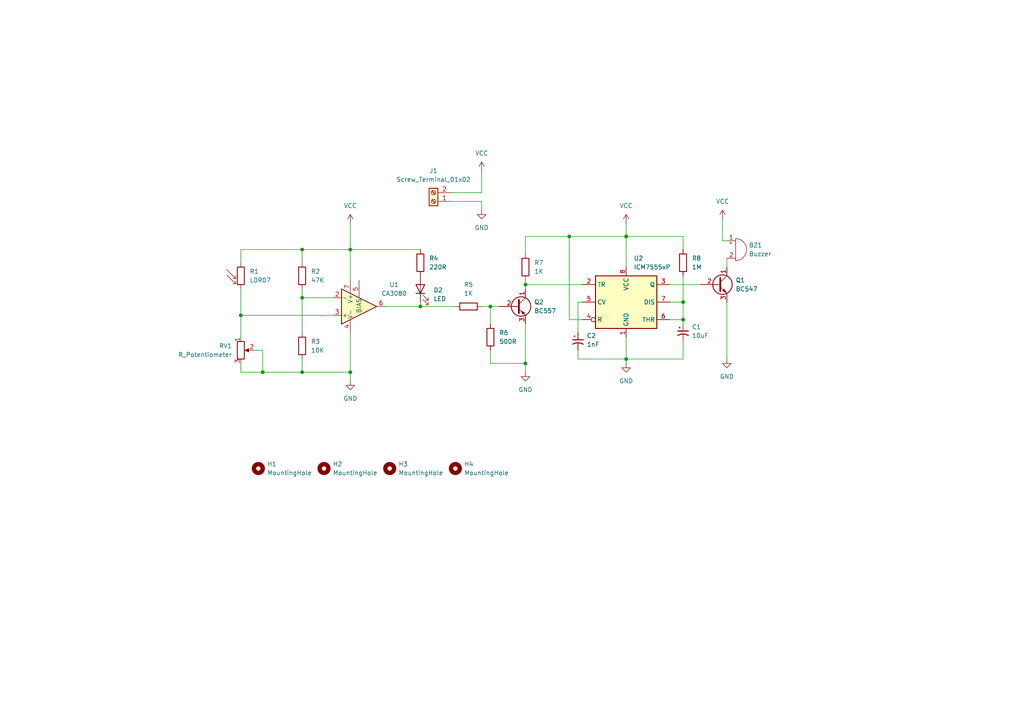
<source format=kicad_sch>
(kicad_sch (version 20231120) (generator "eeschema") (generator_version "8.0")
  (paper "A4")
  (title_block (title "Intruder Alarm system") (date "2025-01-04") (rev "v01") (comment 4 "Author: PUTSHU LUNGHE Samuel"))
  (lib_symbols
    (symbol "Amplifier_Operational:CA3080" (pin_names (offset 0.127))
      (property "Reference" "U" (at 1.27 3.81 0))
      (property "Value" "CA3080" (at 1.27 -3.81 0))
      (symbol "CA3080_0_1"
        (polyline (pts (xy 5.08 0) (xy -5.08 -5.08) (xy -5.08 5.08) (xy 5.08 0)) (stroke (width 0.254)) (fill (type background)))
      )
      (symbol "CA3080_1_1"
        (pin no_connect line (at -2.54 2.54 270) (length 2.54) hide (name "NC") (number "1"))
        (pin input line (at -7.62 2.54 0) (length 2.54) (name "-") (number "2"))
        (pin input line (at -7.62 -2.54 0) (length 2.54) (name "+") (number "3"))
        (pin power_in line (at -2.54 -7.62 90) (length 3.81) (name "V-") (number "4"))
        (pin passive line (at 0 7.62 270) (length 5.08) (name "BIAS") (number "5"))
        (pin output line (at 7.62 0 180) (length 2.54) (name "~") (number "6"))
        (pin power_in line (at -2.54 7.62 270) (length 3.81) (name "V+") (number "7"))
        (pin no_connect line (at 0 2.54 270) (length 2.54) hide (name "NC") (number "8"))
      )
    )
    (symbol "Connector:Screw_Terminal_01x02" (pin_names (offset 1.016) hide)
      (property "Reference" "J" (at 0 2.54 0))
      (property "Value" "Screw_Terminal_01x02" (at 0 -5.08 0))
      (symbol "Screw_Terminal_01x02_1_1"
        (rectangle (start -1.27 1.27) (end 1.27 -3.81) (stroke (width 0.254)) (fill (type background)))
        (circle (center 0 -2.54) (radius 0.635) (stroke (width 0.1524)))
        (polyline (pts (xy -0.5334 -2.2098) (xy 0.3302 -3.048)) (stroke (width 0.1524)))
        (polyline (pts (xy -0.5334 0.3302) (xy 0.3302 -0.508)) (stroke (width 0.1524)))
        (polyline (pts (xy -0.3556 -2.032) (xy 0.508 -2.8702)) (stroke (width 0.1524)))
        (polyline (pts (xy -0.3556 0.508) (xy 0.508 -0.3302)) (stroke (width 0.1524)))
        (circle (center 0 0) (radius 0.635) (stroke (width 0.1524)))
        (pin passive line (at -5.08 0 0) (length 3.81) (name "Pin_1") (number "1"))
        (pin passive line (at -5.08 -2.54 0) (length 3.81) (name "Pin_2") (number "2"))
      )
    )
    (symbol "Device:Buzzer" (pin_names (offset 0.0254) hide)
      (property "Reference" "BZ" (at 3.81 1.27 0))
      (property "Value" "Buzzer" (at 3.81 -1.27 0))
      (symbol "Buzzer_0_1"
        (arc (start 0 -3.175) (mid 3.1612 0) (end 0 3.175))
        (polyline (pts (xy -1.651 1.905) (xy -1.143 1.905)))
        (polyline (pts (xy -1.397 2.159) (xy -1.397 1.651)))
        (polyline (pts (xy 0 3.175) (xy 0 -3.175)))
      )
      (symbol "Buzzer_1_1"
        (pin passive line (at -2.54 2.54 0) (length 2.54) (name "+") (number "1"))
        (pin passive line (at -2.54 -2.54 0) (length 2.54) (name "-") (number "2"))
      )
    )
    (symbol "Device:C_Polarized_Small_US" (pin_numbers hide) (pin_names (offset 0.254) hide)
      (property "Reference" "C" (at 0.254 1.778 0))
      (property "Value" "C_Polarized_Small_US" (at 0.254 -2.032 0))
      (symbol "C_Polarized_Small_US_0_1"
        (polyline (pts (xy -1.524 0.508) (xy 1.524 0.508)) (stroke (width 0.3048)))
        (polyline (pts (xy -1.27 1.524) (xy -0.762 1.524)))
        (polyline (pts (xy -1.016 1.27) (xy -1.016 1.778)))
        (arc (start 1.524 -0.762) (mid 0 -0.3734) (end -1.524 -0.762) (stroke (width 0.3048)))
      )
      (symbol "C_Polarized_Small_US_1_1"
        (pin passive line (at 0 2.54 270) (length 2.032) (name "~") (number "1"))
        (pin passive line (at 0 -2.54 90) (length 2.032) (name "~") (number "2"))
      )
    )
    (symbol "Device:LED" (pin_numbers hide) (pin_names (offset 1.016) hide)
      (property "Reference" "D" (at 0 2.54 0))
      (property "Value" "LED" (at 0 -2.54 0))
      (symbol "LED_0_1"
        (polyline (pts (xy -1.27 -1.27) (xy -1.27 1.27)) (stroke (width 0.254)))
        (polyline (pts (xy -1.27 0) (xy 1.27 0)))
        (polyline (pts (xy 1.27 -1.27) (xy 1.27 1.27) (xy -1.27 0) (xy 1.27 -1.27)) (stroke (width 0.254)))
        (polyline (pts (xy -3.048 -0.762) (xy -4.572 -2.286) (xy -3.81 -2.286) (xy -4.572 -2.286) (xy -4.572 -1.524)))
        (polyline (pts (xy -1.778 -0.762) (xy -3.302 -2.286) (xy -2.54 -2.286) (xy -3.302 -2.286) (xy -3.302 -1.524)))
      )
      (symbol "LED_1_1"
        (pin passive line (at -3.81 0 0) (length 2.54) (name "K") (number "1"))
        (pin passive line (at 3.81 0 180) (length 2.54) (name "A") (number "2"))
      )
    )
    (symbol "Device:R" (pin_numbers hide) (pin_names (offset 0))
      (property "Reference" "R" (at 2.032 0 90))
      (property "Value" "R" (at 0 0 90))
      (symbol "R_0_1"
        (rectangle (start -1.016 -2.54) (end 1.016 2.54) (stroke (width 0.254)))
      )
      (symbol "R_1_1"
        (pin passive line (at 0 3.81 270) (length 1.27) (name "~") (number "1"))
        (pin passive line (at 0 -3.81 90) (length 1.27) (name "~") (number "2"))
      )
    )
    (symbol "Device:R_Potentiometer" (pin_names (offset 1.016) hide)
      (property "Reference" "RV" (at -4.445 0 90))
      (property "Value" "R_Potentiometer" (at -2.54 0 90))
      (symbol "R_Potentiometer_0_1"
        (polyline (pts (xy 2.54 0) (xy 1.524 0)))
        (polyline (pts (xy 1.143 0) (xy 2.286 0.508) (xy 2.286 -0.508) (xy 1.143 0)) (fill (type outline)))
        (rectangle (start 1.016 2.54) (end -1.016 -2.54) (stroke (width 0.254)))
      )
      (symbol "R_Potentiometer_1_1"
        (pin passive line (at 0 3.81 270) (length 1.27) (name "1") (number "1"))
        (pin passive line (at 3.81 0 180) (length 1.27) (name "2") (number "2"))
        (pin passive line (at 0 -3.81 90) (length 1.27) (name "3") (number "3"))
      )
    )
    (symbol "Mechanical:MountingHole" (pin_names (offset 1.016)) (exclude_from_sim yes) (in_bom no)
      (property "Reference" "H" (at 0 5.08 0))
      (property "Value" "MountingHole" (at 0 3.175 0))
      (symbol "MountingHole_0_1"
        (circle (center 0 0) (radius 1.27) (stroke (width 1.27)))
      )
    )
    (symbol "Sensor_Optical:LDR07" (pin_numbers hide) (pin_names (offset 0))
      (property "Reference" "R" (at -5.08 0 90))
      (property "Value" "LDR07" (at 1.905 0 90))
      (symbol "LDR07_0_1"
        (rectangle (start -1.016 2.54) (end 1.016 -2.54) (stroke (width 0.254)))
        (polyline (pts (xy -1.524 -2.286) (xy -4.064 0.254)))
        (polyline (pts (xy -1.524 -2.286) (xy -2.286 -2.286)))
        (polyline (pts (xy -1.524 -2.286) (xy -1.524 -1.524)))
        (polyline (pts (xy -1.524 -0.762) (xy -4.064 1.778)))
        (polyline (pts (xy -1.524 -0.762) (xy -2.286 -0.762)))
        (polyline (pts (xy -1.524 -0.762) (xy -1.524 0)))
      )
      (symbol "LDR07_1_1"
        (pin passive line (at 0 3.81 270) (length 1.27) (name "~") (number "1"))
        (pin passive line (at 0 -3.81 90) (length 1.27) (name "~") (number "2"))
      )
    )
    (symbol "Timer:ICM7555xP"
      (property "Reference" "U" (at -10.16 8.89 0))
      (property "Value" "ICM7555xP" (at 2.54 8.89 0))
      (symbol "ICM7555xP_0_0"
        (pin power_in line (at 0 -10.16 90) (length 2.54) (name "GND") (number "1"))
        (pin power_in line (at 0 10.16 270) (length 2.54) (name "VCC") (number "8"))
      )
      (symbol "ICM7555xP_0_1"
        (rectangle (start -8.89 -7.62) (end 8.89 7.62) (stroke (width 0.254)) (fill (type background)))
        (rectangle (start -8.89 -7.62) (end 8.89 7.62) (stroke (width 0.254)) (fill (type background)))
      )
      (symbol "ICM7555xP_1_1"
        (pin input line (at -12.7 5.08 0) (length 3.81) (name "TR") (number "2"))
        (pin output line (at 12.7 5.08 180) (length 3.81) (name "Q") (number "3"))
        (pin input inverted (at -12.7 -5.08 0) (length 3.81) (name "R") (number "4"))
        (pin input line (at -12.7 0 0) (length 3.81) (name "CV") (number "5"))
        (pin input line (at 12.7 -5.08 180) (length 3.81) (name "THR") (number "6"))
        (pin input line (at 12.7 0 180) (length 3.81) (name "DIS") (number "7"))
      )
    )
    (symbol "Transistor_BJT:BC547" (pin_names (offset 0) hide)
      (property "Reference" "Q" (at 5.08 1.905 0))
      (property "Value" "BC547" (at 5.08 0 0))
      (symbol "BC547_0_1"
        (polyline (pts (xy 0 0) (xy 0.635 0)))
        (polyline (pts (xy 0.635 0.635) (xy 2.54 2.54)))
        (polyline (pts (xy 0.635 -0.635) (xy 2.54 -2.54) (xy 2.54 -2.54)))
        (polyline (pts (xy 0.635 1.905) (xy 0.635 -1.905) (xy 0.635 -1.905)) (stroke (width 0.508)))
        (polyline (pts (xy 1.27 -1.778) (xy 1.778 -1.27) (xy 2.286 -2.286) (xy 1.27 -1.778) (xy 1.27 -1.778)) (fill (type outline)))
        (circle (center 1.27 0) (radius 2.8194) (stroke (width 0.254)))
      )
      (symbol "BC547_1_1"
        (pin passive line (at 2.54 5.08 270) (length 2.54) (name "C") (number "1"))
        (pin input line (at -5.08 0 0) (length 5.08) (name "B") (number "2"))
        (pin passive line (at 2.54 -5.08 90) (length 2.54) (name "E") (number "3"))
      )
    )
    (symbol "Transistor_BJT:BC557" (pin_names (offset 0) hide)
      (property "Reference" "Q" (at 5.08 1.905 0))
      (property "Value" "BC557" (at 5.08 0 0))
      (symbol "BC557_0_1"
        (polyline (pts (xy 0.635 0.635) (xy 2.54 2.54)))
        (polyline (pts (xy 0.635 -0.635) (xy 2.54 -2.54) (xy 2.54 -2.54)))
        (polyline (pts (xy 0.635 1.905) (xy 0.635 -1.905) (xy 0.635 -1.905)) (stroke (width 0.508)))
        (polyline (pts (xy 2.286 -1.778) (xy 1.778 -2.286) (xy 1.27 -1.27) (xy 2.286 -1.778) (xy 2.286 -1.778)) (fill (type outline)))
        (circle (center 1.27 0) (radius 2.8194) (stroke (width 0.254)))
      )
      (symbol "BC557_1_1"
        (pin passive line (at 2.54 5.08 270) (length 2.54) (name "C") (number "1"))
        (pin input line (at -5.08 0 0) (length 5.715) (name "B") (number "2"))
        (pin passive line (at 2.54 -5.08 90) (length 2.54) (name "E") (number "3"))
      )
    )
    (symbol "power:GND" (power) (pin_numbers hide) (pin_names (offset 0) hide)
      (property "Value" "GND" (at 0 -3.81 0))
      (symbol "GND_0_1"
        (polyline (pts (xy 0 0) (xy 0 -1.27) (xy 1.27 -1.27) (xy 0 -2.54) (xy -1.27 -1.27) (xy 0 -1.27)))
      )
      (symbol "GND_1_1"
        (pin power_in line (at 0 0 270) (length 0) (name "~") (number "1"))
      )
    )
    (symbol "power:VCC" (power) (pin_numbers hide) (pin_names (offset 0) hide)
      (property "Value" "VCC" (at 0 3.556 0))
      (symbol "VCC_0_1"
        (polyline (pts (xy -0.762 1.27) (xy 0 2.54)))
        (polyline (pts (xy 0 0) (xy 0 2.54)))
        (polyline (pts (xy 0 2.54) (xy 0.762 1.27)))
      )
      (symbol "VCC_1_1"
        (pin power_in line (at 0 0 90) (length 0) (name "~") (number "1"))
      )
    )
  )
  (junction (at 87.63 107.95))
  (junction (at 198.12 87.63))
  (junction (at 87.63 72.39))
  (junction (at 87.63 86.36))
  (junction (at 198.12 92.71))
  (junction (at 101.6 72.39))
  (junction (at 142.24 88.9))
  (junction (at 165.1 68.58))
  (junction (at 101.6 107.95))
  (junction (at 121.92 88.9))
  (junction (at 181.61 68.58))
  (junction (at 76.2 107.95))
  (junction (at 152.4 105.41))
  (junction (at 69.85 91.44))
  (junction (at 152.4 82.55))
  (junction (at 181.61 104.14))
  (wire (pts (xy 87.63 86.36) (xy 87.63 96.52)))
  (wire (pts (xy 198.12 80.01) (xy 198.12 87.63)))
  (wire (pts (xy 198.12 87.63) (xy 198.12 92.71)))
  (wire (pts (xy 139.7 88.9) (xy 142.24 88.9)))
  (wire (pts (xy 167.64 87.63) (xy 167.64 96.52)))
  (wire (pts (xy 101.6 64.77) (xy 101.6 72.39)))
  (wire (pts (xy 168.91 92.71) (xy 165.1 92.71)))
  (wire (pts (xy 152.4 81.28) (xy 152.4 82.55)))
  (wire (pts (xy 139.7 55.88) (xy 130.81 55.88)))
  (wire (pts (xy 198.12 68.58) (xy 181.61 68.58)))
  (wire (pts (xy 181.61 104.14) (xy 181.61 105.41)))
  (wire (pts (xy 87.63 72.39) (xy 101.6 72.39)))
  (wire (pts (xy 76.2 107.95) (xy 69.85 107.95)))
  (wire (pts (xy 101.6 72.39) (xy 121.92 72.39)))
  (wire (pts (xy 210.82 87.63) (xy 210.82 104.14)))
  (wire (pts (xy 165.1 92.71) (xy 165.1 68.58)))
  (wire (pts (xy 210.82 69.85) (xy 209.55 69.85)))
  (wire (pts (xy 121.92 88.9) (xy 111.76 88.9)))
  (wire (pts (xy 165.1 68.58) (xy 181.61 68.58)))
  (wire (pts (xy 139.7 49.53) (xy 139.7 55.88)))
  (wire (pts (xy 142.24 105.41) (xy 142.24 101.6)))
  (wire (pts (xy 152.4 73.66) (xy 152.4 68.58)))
  (wire (pts (xy 142.24 88.9) (xy 142.24 93.98)))
  (wire (pts (xy 101.6 96.52) (xy 101.6 107.95)))
  (wire (pts (xy 76.2 101.6) (xy 76.2 107.95)))
  (wire (pts (xy 121.92 88.9) (xy 132.08 88.9)))
  (wire (pts (xy 69.85 76.2) (xy 69.85 72.39)))
  (wire (pts (xy 181.61 97.79) (xy 181.61 104.14)))
  (wire (pts (xy 198.12 99.06) (xy 198.12 104.14)))
  (wire (pts (xy 152.4 93.98) (xy 152.4 105.41)))
  (wire (pts (xy 194.31 82.55) (xy 203.2 82.55)))
  (wire (pts (xy 167.64 101.6) (xy 167.64 104.14)))
  (wire (pts (xy 87.63 107.95) (xy 101.6 107.95)))
  (wire (pts (xy 87.63 83.82) (xy 87.63 86.36)))
  (wire (pts (xy 69.85 83.82) (xy 69.85 91.44)))
  (wire (pts (xy 168.91 87.63) (xy 167.64 87.63)))
  (wire (pts (xy 130.81 58.42) (xy 139.7 58.42)))
  (wire (pts (xy 210.82 74.93) (xy 210.82 77.47)))
  (wire (pts (xy 69.85 97.79) (xy 69.85 91.44)))
  (wire (pts (xy 152.4 105.41) (xy 152.4 107.95)))
  (wire (pts (xy 101.6 107.95) (xy 101.6 110.49)))
  (wire (pts (xy 209.55 63.5) (xy 209.55 69.85)))
  (wire (pts (xy 198.12 92.71) (xy 198.12 93.98)))
  (wire (pts (xy 194.31 87.63) (xy 198.12 87.63)))
  (wire (pts (xy 101.6 72.39) (xy 101.6 81.28)))
  (wire (pts (xy 198.12 104.14) (xy 181.61 104.14)))
  (wire (pts (xy 139.7 58.42) (xy 139.7 60.96)))
  (wire (pts (xy 152.4 82.55) (xy 168.91 82.55)))
  (wire (pts (xy 121.92 87.63) (xy 121.92 88.9)))
  (wire (pts (xy 152.4 68.58) (xy 165.1 68.58)))
  (wire (pts (xy 194.31 92.71) (xy 198.12 92.71)))
  (wire (pts (xy 69.85 91.44) (xy 96.52 91.44)))
  (wire (pts (xy 152.4 105.41) (xy 142.24 105.41)))
  (wire (pts (xy 181.61 68.58) (xy 181.61 77.47)))
  (wire (pts (xy 87.63 76.2) (xy 87.63 72.39)))
  (wire (pts (xy 144.78 88.9) (xy 142.24 88.9)))
  (wire (pts (xy 167.64 104.14) (xy 181.61 104.14)))
  (wire (pts (xy 87.63 86.36) (xy 96.52 86.36)))
  (wire (pts (xy 87.63 104.14) (xy 87.63 107.95)))
  (wire (pts (xy 73.66 101.6) (xy 76.2 101.6)))
  (wire (pts (xy 69.85 107.95) (xy 69.85 105.41)))
  (wire (pts (xy 198.12 72.39) (xy 198.12 68.58)))
  (wire (pts (xy 76.2 107.95) (xy 87.63 107.95)))
  (wire (pts (xy 152.4 82.55) (xy 152.4 83.82)))
  (wire (pts (xy 181.61 64.77) (xy 181.61 68.58)))
  (wire (pts (xy 69.85 72.39) (xy 87.63 72.39)))
  (symbol (lib_id "power:VCC") (at 181.61 64.77 0) (unit 1)
    (property "Reference" "#PWR05" (effects (hide yes)))
    (property "Value" "VCC" (at 181.61 59.69 0))
    (property "Description" "Power symbol creates a global label with name \"VCC\"" (effects (hide yes)))
  )
  (symbol (lib_id "Amplifier_Operational:CA3080") (at 104.14 88.9 0) (unit 1)
    (property "Reference" "U1" (at 114.3 82.5814 0))
    (property "Value" "CA3080" (at 114.3 85.1214 0))
    (property "Footprint" "Package_DIP:DIP-8_W7.62mm" (effects (hide yes)))
    (property "Datasheet" "http://www.intersil.com/content/dam/Intersil/documents/ca30/ca3080-a.pdf" (effects (hide yes)))
    (property "Description" "2MHz, Operational Transconductance Amplifier (OTA), gM spread 2:1, DIP-8/SOIC-8" (effects (hide yes)))
  )
  (symbol (lib_id "Device:LED") (at 121.92 83.82 90) (unit 1)
    (property "Reference" "D2" (at 125.73 84.1374 90) (effects (justify right)))
    (property "Value" "LED" (at 125.73 86.6774 90) (effects (justify right)))
    (property "Footprint" "LED_THT:LED_D3.0mm" (effects (hide yes)))
    (property "Description" "Light emitting diode" (effects (hide yes)))
  )
  (symbol (lib_id "Mechanical:MountingHole") (at 132.08 135.89 0) (unit 1) (exclude_from_sim yes) (in_bom no)
    (property "Reference" "H4" (at 134.62 134.6199 0) (effects (justify left)))
    (property "Value" "MountingHole" (at 134.62 137.1599 0) (effects (justify left)))
    (property "Footprint" "MountingHole:MountingHole_2.5mm" (effects (hide yes)))
    (property "Description" "Mounting Hole without connection" (effects (hide yes)))
  )
  (symbol (lib_id "Device:R") (at 198.12 76.2 0) (unit 1)
    (property "Reference" "R8" (at 200.66 74.9299 0) (effects (justify left)))
    (property "Value" "1M" (at 200.66 77.4699 0) (effects (justify left)))
    (property "Footprint" "Resistor_THT:R_Axial_DIN0204_L3.6mm_D1.6mm_P5.08mm_Horizontal" (effects (hide yes)))
    (property "Description" "Resistor" (effects (hide yes)))
  )
  (symbol (lib_id "Device:R") (at 152.4 77.47 0) (unit 1)
    (property "Reference" "R7" (at 154.94 76.1999 0) (effects (justify left)))
    (property "Value" "1K" (at 154.94 78.7399 0) (effects (justify left)))
    (property "Footprint" "Resistor_THT:R_Axial_DIN0204_L3.6mm_D1.6mm_P5.08mm_Horizontal" (effects (hide yes)))
    (property "Description" "Resistor" (effects (hide yes)))
  )
  (symbol (lib_id "power:GND") (at 210.82 104.14 0) (unit 1)
    (property "Reference" "#PWR06" (effects (hide yes)))
    (property "Value" "GND" (at 210.82 109.22 0))
    (property "Description" "Power symbol creates a global label with name \"GND\" , ground" (effects (hide yes)))
  )
  (symbol (lib_id "Device:C_Polarized_Small_US") (at 198.12 96.52 0) (unit 1)
    (property "Reference" "C1" (at 200.66 94.8181 0) (effects (justify left)))
    (property "Value" "10uF" (at 200.66 97.3581 0) (effects (justify left)))
    (property "Footprint" "Capacitor_THT:CP_Radial_D5.0mm_P2.50mm" (effects (hide yes)))
    (property "Description" "Polarized capacitor, small US symbol" (effects (hide yes)))
  )
  (symbol (lib_id "Transistor_BJT:BC547") (at 208.28 82.55 0) (unit 1)
    (property "Reference" "Q1" (at 213.36 81.2799 0) (effects (justify left)))
    (property "Value" "BC547" (at 213.36 83.8199 0) (effects (justify left)))
    (property "Footprint" "Package_TO_SOT_THT:TO-92_Inline" (effects (hide yes)))
    (property "Datasheet" "https://www.onsemi.com/pub/Collateral/BC550-D.pdf" (effects (hide yes)))
    (property "Description" "0.1A Ic, 45V Vce, Small Signal NPN Transistor, TO-92" (effects (hide yes)))
  )
  (symbol (lib_id "Device:R") (at 142.24 97.79 0) (unit 1)
    (property "Reference" "R6" (at 144.78 96.5199 0) (effects (justify left)))
    (property "Value" "500R" (at 144.78 99.0599 0) (effects (justify left)))
    (property "Footprint" "Resistor_THT:R_Axial_DIN0204_L3.6mm_D1.6mm_P5.08mm_Horizontal" (effects (hide yes)))
    (property "Description" "Resistor" (effects (hide yes)))
  )
  (symbol (lib_id "Device:R") (at 135.89 88.9 90) (unit 1)
    (property "Reference" "R5" (at 135.89 82.55 90))
    (property "Value" "1K" (at 135.89 85.09 90))
    (property "Footprint" "Resistor_THT:R_Axial_DIN0204_L3.6mm_D1.6mm_P5.08mm_Horizontal" (effects (hide yes)))
    (property "Description" "Resistor" (effects (hide yes)))
  )
  (symbol (lib_id "power:GND") (at 181.61 105.41 0) (unit 1)
    (property "Reference" "#PWR04" (effects (hide yes)))
    (property "Value" "GND" (at 181.61 110.49 0))
    (property "Description" "Power symbol creates a global label with name \"GND\" , ground" (effects (hide yes)))
  )
  (symbol (lib_id "power:GND") (at 101.6 110.49 0) (unit 1)
    (property "Reference" "#PWR02" (effects (hide yes)))
    (property "Value" "GND" (at 101.6 115.57 0))
    (property "Description" "Power symbol creates a global label with name \"GND\" , ground" (effects (hide yes)))
  )
  (symbol (lib_id "Connector:Screw_Terminal_01x02") (at 125.73 58.42 180) (unit 1)
    (property "Reference" "J1" (at 125.73 49.53 0))
    (property "Value" "Screw_Terminal_01x02" (at 125.73 52.07 0))
    (property "Footprint" "TerminalBlock_Phoenix:TerminalBlock_Phoenix_MKDS-1,5-2-5.08_1x02_P5.08mm_Horizontal" (effects (hide yes)))
    (property "Description" "Generic screw terminal, single row, 01x02, script generated (kicad-library-utils/schlib/autogen/connector/)" (effects (hide yes)))
  )
  (symbol (lib_id "Device:R") (at 121.92 76.2 0) (unit 1)
    (property "Reference" "R4" (at 124.46 74.9299 0) (effects (justify left)))
    (property "Value" "220R" (at 124.46 77.4699 0) (effects (justify left)))
    (property "Footprint" "Resistor_THT:R_Axial_DIN0204_L3.6mm_D1.6mm_P5.08mm_Horizontal" (effects (hide yes)))
    (property "Description" "Resistor" (effects (hide yes)))
  )
  (symbol (lib_id "power:VCC") (at 209.55 63.5 0) (unit 1)
    (property "Reference" "#PWR07" (effects (hide yes)))
    (property "Value" "VCC" (at 209.55 58.42 0))
    (property "Description" "Power symbol creates a global label with name \"VCC\"" (effects (hide yes)))
  )
  (symbol (lib_id "Sensor_Optical:LDR07") (at 69.85 80.01 0) (unit 1)
    (property "Reference" "R1" (at 72.39 78.7399 0) (effects (justify left)))
    (property "Value" "LDR07" (at 72.39 81.2799 0) (effects (justify left)))
    (property "Footprint" "OptoDevice:R_LDR_5.1x4.3mm_P3.4mm_Vertical" (effects (hide yes)))
    (property "Datasheet" "http://www.tme.eu/de/Document/f2e3ad76a925811312d226c31da4cd7e/LDR07.pdf" (effects (hide yes)))
    (property "Description" "light dependent resistor" (effects (hide yes)))
  )
  (symbol (lib_id "Device:R") (at 87.63 100.33 0) (unit 1)
    (property "Reference" "R3" (at 90.17 99.0599 0) (effects (justify left)))
    (property "Value" "10K" (at 90.17 101.5999 0) (effects (justify left)))
    (property "Footprint" "Resistor_THT:R_Axial_DIN0204_L3.6mm_D1.6mm_P5.08mm_Horizontal" (effects (hide yes)))
    (property "Description" "Resistor" (effects (hide yes)))
  )
  (symbol (lib_id "power:GND") (at 152.4 107.95 0) (unit 1)
    (property "Reference" "#PWR01" (effects (hide yes)))
    (property "Value" "GND" (at 152.4 113.03 0))
    (property "Description" "Power symbol creates a global label with name \"GND\" , ground" (effects (hide yes)))
  )
  (symbol (lib_id "Mechanical:MountingHole") (at 93.98 135.89 0) (unit 1) (exclude_from_sim yes) (in_bom no)
    (property "Reference" "H2" (at 96.52 134.6199 0) (effects (justify left)))
    (property "Value" "MountingHole" (at 96.52 137.1599 0) (effects (justify left)))
    (property "Footprint" "MountingHole:MountingHole_2.5mm" (effects (hide yes)))
    (property "Description" "Mounting Hole without connection" (effects (hide yes)))
  )
  (symbol (lib_id "Mechanical:MountingHole") (at 74.93 135.89 0) (unit 1) (exclude_from_sim yes) (in_bom no)
    (property "Reference" "H1" (at 77.47 134.6199 0) (effects (justify left)))
    (property "Value" "MountingHole" (at 77.47 137.1599 0) (effects (justify left)))
    (property "Footprint" "MountingHole:MountingHole_2.5mm" (effects (hide yes)))
    (property "Description" "Mounting Hole without connection" (effects (hide yes)))
  )
  (symbol (lib_id "Timer:ICM7555xP") (at 181.61 87.63 0) (unit 1)
    (property "Reference" "U2" (at 183.8041 74.93 0) (effects (justify left)))
    (property "Value" "ICM7555xP" (at 183.8041 77.47 0) (effects (justify left)))
    (property "Footprint" "Package_DIP:DIP-8_W7.62mm" (effects (hide yes)))
    (property "Datasheet" "http://www.intersil.com/content/dam/Intersil/documents/icm7/icm7555-56.pdf" (effects (hide yes)))
    (property "Description" "CMOS General Purpose Timer, 555 compatible, PDIP-8" (effects (hide yes)))
  )
  (symbol (lib_id "Mechanical:MountingHole") (at 113.03 135.89 0) (unit 1) (exclude_from_sim yes) (in_bom no)
    (property "Reference" "H3" (at 115.57 134.6199 0) (effects (justify left)))
    (property "Value" "MountingHole" (at 115.57 137.1599 0) (effects (justify left)))
    (property "Footprint" "MountingHole:MountingHole_2.5mm" (effects (hide yes)))
    (property "Description" "Mounting Hole without connection" (effects (hide yes)))
  )
  (symbol (lib_id "power:GND") (at 139.7 60.96 0) (unit 1)
    (property "Reference" "#PWR09" (effects (hide yes)))
    (property "Value" "GND" (at 139.7 66.04 0))
    (property "Description" "Power symbol creates a global label with name \"GND\" , ground" (effects (hide yes)))
  )
  (symbol (lib_id "power:VCC") (at 139.7 49.53 0) (unit 1)
    (property "Reference" "#PWR08" (effects (hide yes)))
    (property "Value" "VCC" (at 139.7 44.45 0))
    (property "Description" "Power symbol creates a global label with name \"VCC\"" (effects (hide yes)))
  )
  (symbol (lib_id "Device:Buzzer") (at 213.36 72.39 0) (unit 1)
    (property "Reference" "BZ1" (at 217.17 71.1199 0) (effects (justify left)))
    (property "Value" "Buzzer" (at 217.17 73.6599 0) (effects (justify left)))
    (property "Footprint" "Buzzer_Beeper:Buzzer_12x9.5RM7.6" (effects (hide yes)))
    (property "Description" "Buzzer, polarized" (effects (hide yes)))
  )
  (symbol (lib_id "Device:C_Polarized_Small_US") (at 167.64 99.06 0) (unit 1)
    (property "Reference" "C2" (at 170.18 97.3581 0) (effects (justify left)))
    (property "Value" "1nF" (at 170.18 99.8981 0) (effects (justify left)))
    (property "Footprint" "Capacitor_THT:CP_Radial_D4.0mm_P2.00mm" (effects (hide yes)))
    (property "Description" "Polarized capacitor, small US symbol" (effects (hide yes)))
  )
  (symbol (lib_id "power:VCC") (at 101.6 64.77 0) (unit 1)
    (property "Reference" "#PWR03" (effects (hide yes)))
    (property "Value" "VCC" (at 101.6 59.69 0))
    (property "Description" "Power symbol creates a global label with name \"VCC\"" (effects (hide yes)))
  )
  (symbol (lib_id "Device:R_Potentiometer") (at 69.85 101.6 0) (unit 1)
    (property "Reference" "RV1" (at 67.31 100.3299 0) (effects (justify right)))
    (property "Value" "R_Potentiometer" (at 67.31 102.8699 0) (effects (justify right)))
    (property "Footprint" "Potentiometer_THT:Potentiometer_Bourns_3266W_Vertical" (effects (hide yes)))
    (property "Description" "Potentiometer" (effects (hide yes)))
  )
  (symbol (lib_id "Transistor_BJT:BC557") (at 149.86 88.9 0) (unit 1)
    (property "Reference" "Q2" (at 154.94 87.6299 0) (effects (justify left)))
    (property "Value" "BC557" (at 154.94 90.1699 0) (effects (justify left)))
    (property "Footprint" "Package_TO_SOT_THT:TO-92_Inline" (effects (hide yes)))
    (property "Datasheet" "https://www.onsemi.com/pub/Collateral/BC556BTA-D.pdf" (effects (hide yes)))
    (property "Description" "0.1A Ic, 45V Vce, PNP Small Signal Transistor, TO-92" (effects (hide yes)))
  )
  (symbol (lib_id "Device:R") (at 87.63 80.01 0) (unit 1)
    (property "Reference" "R2" (at 90.17 78.7399 0) (effects (justify left)))
    (property "Value" "47K" (at 90.17 81.2799 0) (effects (justify left)))
    (property "Footprint" "Resistor_THT:R_Axial_DIN0204_L3.6mm_D1.6mm_P5.08mm_Horizontal" (effects (hide yes)))
    (property "Description" "Resistor" (effects (hide yes)))
  )
)
</source>
